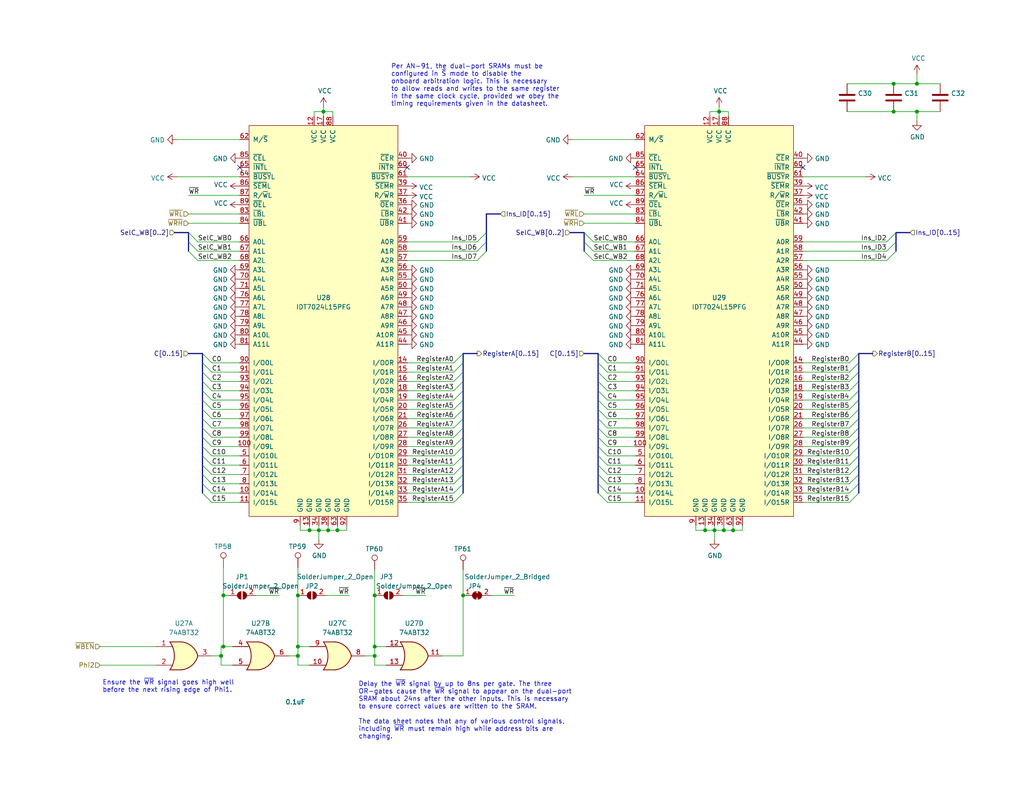
<source format=kicad_sch>
(kicad_sch (version 20250114) (generator "eeschema") (generator_version "9.0")
  (paper "USLetter")
  (title_block (title "Register File") (date "2023-11-25") (rev "B") (comment 4 "Triple Port Register File build from dual port SRAM"))
  (text "Delay the ~{WR} signal by up to 8ns per gate. The three\nOR-gates cause the ~{WR} signal to appear on the dual-port\nSRAM about 24ns after the other inputs. This is necessary\nto ensure correct values are written to the SRAM.\n\nThe data sheet notes that any of various control signals,\nincluding ~{WR} must remain high while address bits are\nchanging." (at 97.79 201.93 0) (effects (font (size 1.27 1.27)) (justify left bottom)))
  (text "Per AN-91, the dual-port SRAMs must be\nconfigured in ~{S} mode to disable the\nonboard arbitration logic. This is necessary\nto allow reads and writes to the same register\nin the same clock cycle, provided we obey the \ntiming requirements given in the datasheet." (at 106.68 29.21 0) (effects (font (size 1.27 1.27)) (justify left bottom)))
  (text "Ensure the ~{WR} signal goes high well\nbefore the next rising edge of Phi1." (at 27.94 189.23 0) (effects (font (size 1.27 1.27)) (justify left bottom)))
  (junction (at 60.96 176.53))
  (junction (at 89.535 144.78))
  (junction (at 88.265 30.48))
  (junction (at 81.28 179.07))
  (junction (at 102.235 162.56))
  (junction (at 243.84 22.86))
  (junction (at 60.96 162.56))
  (junction (at 86.995 144.78))
  (junction (at 192.405 144.78))
  (junction (at 197.485 144.78))
  (junction (at 126.365 162.56))
  (junction (at 243.84 30.48))
  (junction (at 102.235 176.53))
  (junction (at 92.075 144.78))
  (junction (at 196.215 30.48))
  (junction (at 250.19 22.86))
  (junction (at 81.28 176.53))
  (junction (at 250.19 30.48))
  (junction (at 200.025 144.78))
  (junction (at 81.28 162.56))
  (junction (at 84.455 144.78))
  (junction (at 102.235 179.07))
  (junction (at 60.325 179.07))
  (junction (at 194.945 144.78))
  (no_connect (at 111.125 45.72))
  (no_connect (at 65.405 45.72))
  (no_connect (at 219.075 45.72))
  (no_connect (at 173.355 45.72))
  (bus_entry (at 234.315 109.22) (size -2.54 2.54))
  (bus_entry (at 126.365 124.46) (size -2.54 2.54))
  (bus_entry (at 159.385 63.5) (size 2.54 2.54))
  (bus_entry (at 55.245 111.76) (size 2.54 2.54))
  (bus_entry (at 132.715 68.58) (size -2.54 2.54))
  (bus_entry (at 163.195 119.38) (size 2.54 2.54))
  (bus_entry (at 163.195 104.14) (size 2.54 2.54))
  (bus_entry (at 51.435 66.04) (size 2.54 2.54))
  (bus_entry (at 234.315 104.14) (size -2.54 2.54))
  (bus_entry (at 163.195 96.52) (size 2.54 2.54))
  (bus_entry (at 163.195 106.68) (size 2.54 2.54))
  (bus_entry (at 163.195 127) (size 2.54 2.54))
  (bus_entry (at 55.245 96.52) (size 2.54 2.54))
  (bus_entry (at 163.195 116.84) (size 2.54 2.54))
  (bus_entry (at 126.365 121.92) (size -2.54 2.54))
  (bus_entry (at 234.315 119.38) (size -2.54 2.54))
  (bus_entry (at 163.195 101.6) (size 2.54 2.54))
  (bus_entry (at 163.195 121.92) (size 2.54 2.54))
  (bus_entry (at 234.315 114.3) (size -2.54 2.54))
  (bus_entry (at 55.245 109.22) (size 2.54 2.54))
  (bus_entry (at 234.315 106.68) (size -2.54 2.54))
  (bus_entry (at 55.245 134.62) (size 2.54 2.54))
  (bus_entry (at 126.365 127) (size -2.54 2.54))
  (bus_entry (at 55.245 132.08) (size 2.54 2.54))
  (bus_entry (at 126.365 132.08) (size -2.54 2.54))
  (bus_entry (at 244.475 68.58) (size -2.54 2.54))
  (bus_entry (at 126.365 99.06) (size -2.54 2.54))
  (bus_entry (at 234.315 129.54) (size -2.54 2.54))
  (bus_entry (at 244.475 66.04) (size -2.54 2.54))
  (bus_entry (at 55.245 106.68) (size 2.54 2.54))
  (bus_entry (at 55.245 129.54) (size 2.54 2.54))
  (bus_entry (at 55.245 114.3) (size 2.54 2.54))
  (bus_entry (at 163.195 99.06) (size 2.54 2.54))
  (bus_entry (at 126.365 116.84) (size -2.54 2.54))
  (bus_entry (at 55.245 119.38) (size 2.54 2.54))
  (bus_entry (at 126.365 129.54) (size -2.54 2.54))
  (bus_entry (at 132.715 63.5) (size -2.54 2.54))
  (bus_entry (at 163.195 124.46) (size 2.54 2.54))
  (bus_entry (at 51.435 63.5) (size 2.54 2.54))
  (bus_entry (at 234.315 116.84) (size -2.54 2.54))
  (bus_entry (at 163.195 111.76) (size 2.54 2.54))
  (bus_entry (at 126.365 119.38) (size -2.54 2.54))
  (bus_entry (at 55.245 124.46) (size 2.54 2.54))
  (bus_entry (at 234.315 134.62) (size -2.54 2.54))
  (bus_entry (at 55.245 127) (size 2.54 2.54))
  (bus_entry (at 159.385 66.04) (size 2.54 2.54))
  (bus_entry (at 132.715 66.04) (size -2.54 2.54))
  (bus_entry (at 126.365 114.3) (size -2.54 2.54))
  (bus_entry (at 51.435 68.58) (size 2.54 2.54))
  (bus_entry (at 234.315 124.46) (size -2.54 2.54))
  (bus_entry (at 55.245 104.14) (size 2.54 2.54))
  (bus_entry (at 163.195 132.08) (size 2.54 2.54))
  (bus_entry (at 55.245 116.84) (size 2.54 2.54))
  (bus_entry (at 163.195 109.22) (size 2.54 2.54))
  (bus_entry (at 126.365 106.68) (size -2.54 2.54))
  (bus_entry (at 234.315 111.76) (size -2.54 2.54))
  (bus_entry (at 163.195 114.3) (size 2.54 2.54))
  (bus_entry (at 55.245 121.92) (size 2.54 2.54))
  (bus_entry (at 234.315 101.6) (size -2.54 2.54))
  (bus_entry (at 163.195 134.62) (size 2.54 2.54))
  (bus_entry (at 234.315 99.06) (size -2.54 2.54))
  (bus_entry (at 126.365 109.22) (size -2.54 2.54))
  (bus_entry (at 244.475 63.5) (size -2.54 2.54))
  (bus_entry (at 163.195 129.54) (size 2.54 2.54))
  (bus_entry (at 234.315 96.52) (size -2.54 2.54))
  (bus_entry (at 234.315 132.08) (size -2.54 2.54))
  (bus_entry (at 234.315 121.92) (size -2.54 2.54))
  (bus_entry (at 126.365 104.14) (size -2.54 2.54))
  (bus_entry (at 55.245 101.6) (size 2.54 2.54))
  (bus_entry (at 234.315 127) (size -2.54 2.54))
  (bus_entry (at 55.245 99.06) (size 2.54 2.54))
  (bus_entry (at 126.365 134.62) (size -2.54 2.54))
  (bus_entry (at 126.365 111.76) (size -2.54 2.54))
  (bus_entry (at 126.365 96.52) (size -2.54 2.54))
  (bus_entry (at 126.365 101.6) (size -2.54 2.54))
  (bus_entry (at 159.385 68.58) (size 2.54 2.54))
  (bus (pts (xy 55.245 104.14) (xy 55.245 106.68)))
  (wire (pts (xy 116.205 162.56) (xy 109.855 162.56)))
  (wire (pts (xy 219.075 109.22) (xy 231.775 109.22)))
  (bus (pts (xy 126.365 104.14) (xy 126.365 106.68)))
  (wire (pts (xy 156.21 48.26) (xy 173.355 48.26)))
  (wire (pts (xy 111.125 116.84) (xy 123.825 116.84)))
  (wire (pts (xy 250.19 30.48) (xy 243.84 30.48)))
  (bus (pts (xy 248.285 63.5) (xy 244.475 63.5)))
  (bus (pts (xy 234.315 116.84) (xy 234.315 119.38)))
  (wire (pts (xy 57.785 127) (xy 65.405 127)))
  (wire (pts (xy 120.65 179.07) (xy 126.365 179.07)))
  (bus (pts (xy 163.195 132.08) (xy 163.195 134.62)))
  (wire (pts (xy 111.125 48.26) (xy 128.27 48.26)))
  (wire (pts (xy 102.235 162.56) (xy 102.235 176.53)))
  (wire (pts (xy 219.075 114.3) (xy 231.775 114.3)))
  (bus (pts (xy 163.195 121.92) (xy 163.195 124.46)))
  (wire (pts (xy 81.915 143.51) (xy 81.915 144.78)))
  (wire (pts (xy 197.485 144.78) (xy 200.025 144.78)))
  (wire (pts (xy 111.125 124.46) (xy 123.825 124.46)))
  (wire (pts (xy 161.925 66.04) (xy 173.355 66.04)))
  (wire (pts (xy 219.075 132.08) (xy 231.775 132.08)))
  (bus (pts (xy 234.315 127) (xy 234.315 129.54)))
  (wire (pts (xy 196.215 30.48) (xy 196.215 31.75)))
  (wire (pts (xy 27.305 176.53) (xy 42.545 176.53)))
  (wire (pts (xy 165.735 104.14) (xy 173.355 104.14)))
  (bus (pts (xy 55.245 114.3) (xy 55.245 116.84)))
  (bus (pts (xy 163.195 119.38) (xy 163.195 121.92)))
  (wire (pts (xy 88.265 29.21) (xy 88.265 30.48)))
  (bus (pts (xy 55.245 116.84) (xy 55.245 119.38)))
  (wire (pts (xy 57.785 99.06) (xy 65.405 99.06)))
  (bus (pts (xy 163.195 116.84) (xy 163.195 119.38)))
  (wire (pts (xy 60.325 179.07) (xy 60.325 176.53)))
  (bus (pts (xy 234.315 101.6) (xy 234.315 104.14)))
  (bus (pts (xy 126.365 127) (xy 126.365 129.54)))
  (wire (pts (xy 57.785 137.16) (xy 65.405 137.16)))
  (wire (pts (xy 78.74 179.07) (xy 81.28 179.07)))
  (bus (pts (xy 132.715 66.04) (xy 132.715 68.58)))
  (wire (pts (xy 81.28 176.53) (xy 84.455 176.53)))
  (wire (pts (xy 57.785 124.46) (xy 65.405 124.46)))
  (wire (pts (xy 111.125 114.3) (xy 123.825 114.3)))
  (wire (pts (xy 197.485 143.51) (xy 197.485 144.78)))
  (wire (pts (xy 57.785 114.3) (xy 65.405 114.3)))
  (bus (pts (xy 159.385 96.52) (xy 163.195 96.52)))
  (wire (pts (xy 161.925 68.58) (xy 173.355 68.58)))
  (wire (pts (xy 219.075 124.46) (xy 231.775 124.46)))
  (bus (pts (xy 159.385 66.04) (xy 159.385 68.58)))
  (bus (pts (xy 163.195 101.6) (xy 163.195 104.14)))
  (wire (pts (xy 85.725 31.75) (xy 85.725 30.48)))
  (wire (pts (xy 57.785 109.22) (xy 65.405 109.22)))
  (wire (pts (xy 219.075 134.62) (xy 231.775 134.62)))
  (bus (pts (xy 163.195 104.14) (xy 163.195 106.68)))
  (wire (pts (xy 102.235 179.07) (xy 102.235 176.53)))
  (wire (pts (xy 111.125 106.68) (xy 123.825 106.68)))
  (wire (pts (xy 219.075 116.84) (xy 231.775 116.84)))
  (wire (pts (xy 194.945 144.78) (xy 197.485 144.78)))
  (bus (pts (xy 47.625 63.5) (xy 51.435 63.5)))
  (wire (pts (xy 192.405 144.78) (xy 194.945 144.78)))
  (wire (pts (xy 60.96 162.56) (xy 62.23 162.56)))
  (wire (pts (xy 99.695 179.07) (xy 102.235 179.07)))
  (wire (pts (xy 243.84 22.86) (xy 250.19 22.86)))
  (wire (pts (xy 219.075 106.68) (xy 231.775 106.68)))
  (wire (pts (xy 165.735 129.54) (xy 173.355 129.54)))
  (wire (pts (xy 165.735 109.22) (xy 173.355 109.22)))
  (wire (pts (xy 95.25 162.56) (xy 88.9 162.56)))
  (wire (pts (xy 111.125 111.76) (xy 123.825 111.76)))
  (bus (pts (xy 234.315 129.54) (xy 234.315 132.08)))
  (bus (pts (xy 163.195 129.54) (xy 163.195 132.08)))
  (wire (pts (xy 60.325 181.61) (xy 63.5 181.61)))
  (wire (pts (xy 89.535 144.78) (xy 92.075 144.78)))
  (wire (pts (xy 111.125 101.6) (xy 123.825 101.6)))
  (wire (pts (xy 65.405 60.96) (xy 51.435 60.96)))
  (wire (pts (xy 130.175 66.04) (xy 111.125 66.04)))
  (wire (pts (xy 111.125 109.22) (xy 123.825 109.22)))
  (wire (pts (xy 165.735 134.62) (xy 173.355 134.62)))
  (wire (pts (xy 102.235 181.61) (xy 105.41 181.61)))
  (wire (pts (xy 202.565 144.78) (xy 202.565 143.51)))
  (wire (pts (xy 194.945 144.78) (xy 194.945 147.32)))
  (wire (pts (xy 65.405 58.42) (xy 51.435 58.42)))
  (wire (pts (xy 165.735 116.84) (xy 173.355 116.84)))
  (bus (pts (xy 163.195 114.3) (xy 163.195 116.84)))
  (wire (pts (xy 219.075 129.54) (xy 231.775 129.54)))
  (wire (pts (xy 48.26 38.1) (xy 65.405 38.1)))
  (bus (pts (xy 51.435 66.04) (xy 51.435 68.58)))
  (wire (pts (xy 219.075 101.6) (xy 231.775 101.6)))
  (bus (pts (xy 51.435 63.5) (xy 51.435 66.04)))
  (wire (pts (xy 165.735 111.76) (xy 173.355 111.76)))
  (wire (pts (xy 81.28 154.94) (xy 81.28 162.56)))
  (wire (pts (xy 84.455 143.51) (xy 84.455 144.78)))
  (bus (pts (xy 126.365 99.06) (xy 126.365 101.6)))
  (wire (pts (xy 173.355 53.34) (xy 159.385 53.34)))
  (bus (pts (xy 55.245 109.22) (xy 55.245 111.76)))
  (bus (pts (xy 234.315 132.08) (xy 234.315 134.62)))
  (wire (pts (xy 60.96 162.56) (xy 60.96 176.53)))
  (wire (pts (xy 111.125 68.58) (xy 130.175 68.58)))
  (wire (pts (xy 196.215 29.21) (xy 196.215 30.48)))
  (wire (pts (xy 200.025 144.78) (xy 202.565 144.78)))
  (wire (pts (xy 111.125 137.16) (xy 123.825 137.16)))
  (wire (pts (xy 189.865 144.78) (xy 192.405 144.78)))
  (wire (pts (xy 88.265 30.48) (xy 88.265 31.75)))
  (bus (pts (xy 234.315 119.38) (xy 234.315 121.92)))
  (wire (pts (xy 81.28 179.07) (xy 81.28 181.61)))
  (wire (pts (xy 111.125 121.92) (xy 123.825 121.92)))
  (bus (pts (xy 51.435 96.52) (xy 55.245 96.52)))
  (wire (pts (xy 173.355 60.96) (xy 159.385 60.96)))
  (wire (pts (xy 194.945 143.51) (xy 194.945 144.78)))
  (wire (pts (xy 219.075 104.14) (xy 231.775 104.14)))
  (wire (pts (xy 89.535 143.51) (xy 89.535 144.78)))
  (wire (pts (xy 86.995 144.78) (xy 89.535 144.78)))
  (wire (pts (xy 90.805 30.48) (xy 90.805 31.75)))
  (bus (pts (xy 130.175 96.52) (xy 126.365 96.52)))
  (wire (pts (xy 81.28 162.56) (xy 81.28 176.53)))
  (bus (pts (xy 155.575 63.5) (xy 159.385 63.5)))
  (wire (pts (xy 219.075 48.26) (xy 236.22 48.26)))
  (wire (pts (xy 126.365 162.56) (xy 126.365 179.07)))
  (wire (pts (xy 196.215 30.48) (xy 198.755 30.48)))
  (wire (pts (xy 219.075 68.58) (xy 241.935 68.58)))
  (bus (pts (xy 55.245 129.54) (xy 55.245 132.08)))
  (wire (pts (xy 193.675 31.75) (xy 193.675 30.48)))
  (wire (pts (xy 57.785 121.92) (xy 65.405 121.92)))
  (wire (pts (xy 156.21 38.1) (xy 173.355 38.1)))
  (bus (pts (xy 126.365 129.54) (xy 126.365 132.08)))
  (wire (pts (xy 53.975 66.04) (xy 65.405 66.04)))
  (wire (pts (xy 231.14 22.86) (xy 243.84 22.86)))
  (bus (pts (xy 244.475 66.04) (xy 244.475 68.58)))
  (wire (pts (xy 165.735 132.08) (xy 173.355 132.08)))
  (bus (pts (xy 163.195 99.06) (xy 163.195 101.6)))
  (wire (pts (xy 165.735 114.3) (xy 173.355 114.3)))
  (wire (pts (xy 60.96 176.53) (xy 63.5 176.53)))
  (wire (pts (xy 48.26 48.26) (xy 65.405 48.26)))
  (wire (pts (xy 57.785 116.84) (xy 65.405 116.84)))
  (wire (pts (xy 111.125 119.38) (xy 123.825 119.38)))
  (bus (pts (xy 163.195 96.52) (xy 163.195 99.06)))
  (bus (pts (xy 234.315 114.3) (xy 234.315 116.84)))
  (wire (pts (xy 189.865 143.51) (xy 189.865 144.78)))
  (bus (pts (xy 126.365 121.92) (xy 126.365 124.46)))
  (wire (pts (xy 140.335 162.56) (xy 133.985 162.56)))
  (bus (pts (xy 55.245 99.06) (xy 55.245 101.6)))
  (wire (pts (xy 219.075 111.76) (xy 231.775 111.76)))
  (wire (pts (xy 165.735 137.16) (xy 173.355 137.16)))
  (wire (pts (xy 57.785 134.62) (xy 65.405 134.62)))
  (wire (pts (xy 250.19 20.32) (xy 250.19 22.86)))
  (wire (pts (xy 57.785 179.07) (xy 60.325 179.07)))
  (bus (pts (xy 126.365 119.38) (xy 126.365 121.92)))
  (wire (pts (xy 256.54 30.48) (xy 250.19 30.48)))
  (wire (pts (xy 192.405 143.51) (xy 192.405 144.78)))
  (bus (pts (xy 163.195 106.68) (xy 163.195 109.22)))
  (bus (pts (xy 55.245 127) (xy 55.245 129.54)))
  (wire (pts (xy 84.455 144.78) (xy 86.995 144.78)))
  (bus (pts (xy 163.195 127) (xy 163.195 129.54)))
  (bus (pts (xy 55.245 111.76) (xy 55.245 114.3)))
  (bus (pts (xy 234.315 109.22) (xy 234.315 111.76)))
  (wire (pts (xy 219.075 119.38) (xy 231.775 119.38)))
  (bus (pts (xy 159.385 63.5) (xy 159.385 66.04)))
  (wire (pts (xy 94.615 144.78) (xy 94.615 143.51)))
  (wire (pts (xy 65.405 53.34) (xy 51.435 53.34)))
  (wire (pts (xy 111.125 127) (xy 123.825 127)))
  (wire (pts (xy 102.235 155.575) (xy 102.235 162.56)))
  (wire (pts (xy 198.755 30.48) (xy 198.755 31.75)))
  (wire (pts (xy 111.125 132.08) (xy 123.825 132.08)))
  (wire (pts (xy 60.96 176.53) (xy 60.325 176.53)))
  (bus (pts (xy 163.195 111.76) (xy 163.195 114.3)))
  (bus (pts (xy 234.315 111.76) (xy 234.315 114.3)))
  (wire (pts (xy 241.935 66.04) (xy 219.075 66.04)))
  (wire (pts (xy 102.235 176.53) (xy 105.41 176.53)))
  (bus (pts (xy 244.475 63.5) (xy 244.475 66.04)))
  (wire (pts (xy 76.2 162.56) (xy 69.85 162.56)))
  (wire (pts (xy 165.735 119.38) (xy 173.355 119.38)))
  (wire (pts (xy 200.025 143.51) (xy 200.025 144.78)))
  (wire (pts (xy 81.28 179.07) (xy 81.28 176.53)))
  (wire (pts (xy 241.935 71.12) (xy 219.075 71.12)))
  (wire (pts (xy 130.175 71.12) (xy 111.125 71.12)))
  (wire (pts (xy 250.19 22.86) (xy 256.54 22.86)))
  (wire (pts (xy 86.995 143.51) (xy 86.995 144.78)))
  (wire (pts (xy 250.19 33.02) (xy 250.19 30.48)))
  (bus (pts (xy 55.245 132.08) (xy 55.245 134.62)))
  (wire (pts (xy 165.735 106.68) (xy 173.355 106.68)))
  (bus (pts (xy 126.365 101.6) (xy 126.365 104.14)))
  (wire (pts (xy 102.235 179.07) (xy 102.235 181.61)))
  (wire (pts (xy 161.925 71.12) (xy 173.355 71.12)))
  (bus (pts (xy 55.245 101.6) (xy 55.245 104.14)))
  (wire (pts (xy 53.975 71.12) (xy 65.405 71.12)))
  (wire (pts (xy 57.785 106.68) (xy 65.405 106.68)))
  (wire (pts (xy 57.785 119.38) (xy 65.405 119.38)))
  (wire (pts (xy 92.075 144.78) (xy 94.615 144.78)))
  (wire (pts (xy 111.125 129.54) (xy 123.825 129.54)))
  (bus (pts (xy 126.365 111.76) (xy 126.365 114.3)))
  (bus (pts (xy 126.365 96.52) (xy 126.365 99.06)))
  (bus (pts (xy 126.365 116.84) (xy 126.365 119.38)))
  (wire (pts (xy 165.735 121.92) (xy 173.355 121.92)))
  (wire (pts (xy 165.735 124.46) (xy 173.355 124.46)))
  (bus (pts (xy 55.245 119.38) (xy 55.245 121.92)))
  (wire (pts (xy 219.075 137.16) (xy 231.775 137.16)))
  (wire (pts (xy 165.735 101.6) (xy 173.355 101.6)))
  (bus (pts (xy 132.715 63.5) (xy 132.715 66.04)))
  (wire (pts (xy 193.675 30.48) (xy 196.215 30.48)))
  (bus (pts (xy 234.315 104.14) (xy 234.315 106.68)))
  (bus (pts (xy 126.365 109.22) (xy 126.365 111.76)))
  (wire (pts (xy 57.785 104.14) (xy 65.405 104.14)))
  (bus (pts (xy 126.365 132.08) (xy 126.365 134.62)))
  (bus (pts (xy 234.315 121.92) (xy 234.315 124.46)))
  (bus (pts (xy 136.525 58.42) (xy 132.715 58.42)))
  (wire (pts (xy 111.125 104.14) (xy 123.825 104.14)))
  (wire (pts (xy 57.785 129.54) (xy 65.405 129.54)))
  (bus (pts (xy 163.195 124.46) (xy 163.195 127)))
  (wire (pts (xy 57.785 132.08) (xy 65.405 132.08)))
  (bus (pts (xy 126.365 106.68) (xy 126.365 109.22)))
  (wire (pts (xy 60.96 154.94) (xy 60.96 162.56)))
  (bus (pts (xy 126.365 124.46) (xy 126.365 127)))
  (wire (pts (xy 86.995 144.78) (xy 86.995 147.32)))
  (wire (pts (xy 57.785 101.6) (xy 65.405 101.6)))
  (wire (pts (xy 27.305 181.61) (xy 42.545 181.61)))
  (wire (pts (xy 165.735 127) (xy 173.355 127)))
  (wire (pts (xy 57.785 111.76) (xy 65.405 111.76)))
  (bus (pts (xy 238.125 96.52) (xy 234.315 96.52)))
  (bus (pts (xy 126.365 114.3) (xy 126.365 116.84)))
  (wire (pts (xy 53.975 68.58) (xy 65.405 68.58)))
  (wire (pts (xy 81.28 181.61) (xy 84.455 181.61)))
  (wire (pts (xy 111.125 99.06) (xy 123.825 99.06)))
  (wire (pts (xy 243.84 30.48) (xy 231.14 30.48)))
  (wire (pts (xy 88.265 30.48) (xy 90.805 30.48)))
  (bus (pts (xy 55.245 121.92) (xy 55.245 124.46)))
  (bus (pts (xy 132.715 58.42) (xy 132.715 63.5)))
  (bus (pts (xy 234.315 96.52) (xy 234.315 99.06)))
  (wire (pts (xy 165.735 99.06) (xy 173.355 99.06)))
  (wire (pts (xy 126.365 155.575) (xy 126.365 162.56)))
  (bus (pts (xy 234.315 124.46) (xy 234.315 127)))
  (wire (pts (xy 92.075 143.51) (xy 92.075 144.78)))
  (wire (pts (xy 111.125 134.62) (xy 123.825 134.62)))
  (bus (pts (xy 55.245 124.46) (xy 55.245 127)))
  (wire (pts (xy 219.075 121.92) (xy 231.775 121.92)))
  (wire (pts (xy 60.325 179.07) (xy 60.325 181.61)))
  (bus (pts (xy 234.315 99.06) (xy 234.315 101.6)))
  (wire (pts (xy 85.725 30.48) (xy 88.265 30.48)))
  (bus (pts (xy 163.195 109.22) (xy 163.195 111.76)))
  (wire (pts (xy 173.355 58.42) (xy 159.385 58.42)))
  (wire (pts (xy 219.075 99.06) (xy 231.775 99.06)))
  (bus (pts (xy 234.315 106.68) (xy 234.315 109.22)))
  (wire (pts (xy 219.075 127) (xy 231.775 127)))
  (bus (pts (xy 55.245 106.68) (xy 55.245 109.22)))
  (wire (pts (xy 81.915 144.78) (xy 84.455 144.78)))
  (bus (pts (xy 55.245 96.52) (xy 55.245 99.06)))
  (label "C13" (at 165.735 132.08 0))
  (label "Ins_ID4" (at 241.935 71.12 180))
  (label "SelC_WB0" (at 161.925 66.04 0))
  (label "RegisterB7" (at 231.775 116.84 180))
  (label "RegisterB14" (at 231.775 134.62 180))
  (label "C11" (at 57.785 127 0))
  (label "C15" (at 165.735 137.16 0))
  (label "SelC_WB2" (at 161.925 71.12 0))
  (label "Ins_ID7" (at 130.175 71.12 180))
  (label "C5" (at 57.785 111.76 0))
  (label "RegisterA13" (at 123.825 132.08 180))
  (label "C0" (at 165.735 99.06 0))
  (label "RegisterB10" (at 231.775 124.46 180))
  (label "C12" (at 57.785 129.54 0))
  (label "SelC_WB2" (at 53.975 71.12 0))
  (label "RegisterA5" (at 123.825 111.76 180))
  (label "C9" (at 57.785 121.92 0))
  (label "C4" (at 165.735 109.22 0))
  (label "RegisterB9" (at 231.775 121.92 180))
  (label "~{WR}" (at 95.25 162.56 180))
  (label "~{WR}" (at 116.205 162.56 180))
  (label "SelC_WB0" (at 53.975 66.04 0))
  (label "C0" (at 57.785 99.06 0))
  (label "C3" (at 57.785 106.68 0))
  (label "Ins_ID3" (at 241.935 68.58 180))
  (label "C6" (at 57.785 114.3 0))
  (label "C11" (at 165.735 127 0))
  (label "RegisterB12" (at 231.775 129.54 180))
  (label "RegisterA4" (at 123.825 109.22 180))
  (label "RegisterA0" (at 123.825 99.06 180))
  (label "RegisterA10" (at 123.825 124.46 180))
  (label "RegisterB1" (at 231.775 101.6 180))
  (label "C5" (at 165.735 111.76 0))
  (label "RegisterB6" (at 231.775 114.3 180))
  (label "Ins_ID6" (at 130.175 68.58 180))
  (label "RegisterA2" (at 123.825 104.14 180))
  (label "RegisterB3" (at 231.775 106.68 180))
  (label "C15" (at 57.785 137.16 0))
  (label "C6" (at 165.735 114.3 0))
  (label "C10" (at 57.785 124.46 0))
  (label "RegisterA3" (at 123.825 106.68 180))
  (label "RegisterA1" (at 123.825 101.6 180))
  (label "SelC_WB1" (at 161.925 68.58 0))
  (label "RegisterB0" (at 231.775 99.06 180))
  (label "C12" (at 165.735 129.54 0))
  (label "RegisterA7" (at 123.825 116.84 180))
  (label "RegisterB5" (at 231.775 111.76 180))
  (label "C3" (at 165.735 106.68 0))
  (label "RegisterB4" (at 231.775 109.22 180))
  (label "RegisterA8" (at 123.825 119.38 180))
  (label "RegisterB2" (at 231.775 104.14 180))
  (label "C14" (at 165.735 134.62 0))
  (label "C1" (at 57.785 101.6 0))
  (label "RegisterB11" (at 231.775 127 180))
  (label "SelC_WB1" (at 53.975 68.58 0))
  (label "RegisterA11" (at 123.825 127 180))
  (label "~{WR}" (at 76.2 162.56 180))
  (label "C14" (at 57.785 134.62 0))
  (label "Ins_ID2" (at 241.935 66.04 180))
  (label "C9" (at 165.735 121.92 0))
  (label "C2" (at 165.735 104.14 0))
  (label "C8" (at 165.735 119.38 0))
  (label "~{WR}" (at 159.385 53.34 0))
  (label "C10" (at 165.735 124.46 0))
  (label "RegisterB15" (at 231.775 137.16 180))
  (label "C7" (at 57.785 116.84 0))
  (label "C8" (at 57.785 119.38 0))
  (label "Ins_ID5" (at 130.175 66.04 180))
  (label "C7" (at 165.735 116.84 0))
  (label "RegisterA9" (at 123.825 121.92 180))
  (label "RegisterA15" (at 123.825 137.16 180))
  (label "C13" (at 57.785 132.08 0))
  (label "RegisterB13" (at 231.775 132.08 180))
  (label "~{WR}" (at 140.335 162.56 180))
  (label "C2" (at 57.785 104.14 0))
  (label "RegisterA6" (at 123.825 114.3 180))
  (label "C1" (at 165.735 101.6 0))
  (label "C4" (at 57.785 109.22 0))
  (label "RegisterB8" (at 231.775 119.38 180))
  (label "RegisterA12" (at 123.825 129.54 180))
  (label "~{WR}" (at 51.435 53.34 0))
  (label "RegisterA14" (at 123.825 134.62 180))
  (hierarchical_label "~{WBEN}" (shape input) (at 27.305 176.53 180))
  (hierarchical_label "C[0..15]" (shape input) (at 51.435 96.52 180))
  (hierarchical_label "SelC_WB[0..2]" (shape input) (at 155.575 63.5 180))
  (hierarchical_label "Phi2" (shape input) (at 27.305 181.61 180))
  (hierarchical_label "~{WRL}" (shape input) (at 51.435 58.42 180))
  (hierarchical_label "C[0..15]" (shape input) (at 159.385 96.52 180))
  (hierarchical_label "RegisterB[0..15]" (shape output) (at 238.125 96.52 0))
  (hierarchical_label "Ins_ID[0..15]" (shape input) (at 248.285 63.5 0))
  (hierarchical_label "SelC_WB[0..2]" (shape input) (at 47.625 63.5 180))
  (hierarchical_label "Ins_ID[0..15]" (shape input) (at 136.525 58.42 0))
  (hierarchical_label "~{WRH}" (shape input) (at 159.385 60.96 180))
  (hierarchical_label "RegisterA[0..15]" (shape output) (at 130.175 96.52 0))
  (hierarchical_label "~{WRL}" (shape input) (at 159.385 58.42 180))
  (hierarchical_label "~{WRH}" (shape input) (at 51.435 60.96 180))
  (symbol (lib_id "power:GND") (at 250.19 33.02 0) (unit 1)
    (property "Reference" "#PWR0237" (effects (hide yes)))
    (property "Value" "GND" (at 250.317 37.4142 0))
  )
  (symbol (lib_id "Device:C") (at 256.54 26.67 0) (unit 1)
    (property "Reference" "C32" (at 259.461 25.5016 0) (effects (justify left)))
    (property "Value" "0.1uF" (at 77.851 191.643 0) (effects (justify left)))
    (property "Footprint" "Capacitor_SMD:C_0603_1608Metric" (effects (hide yes)))
    (property "Datasheet" "https://www.mouser.com/datasheet/2/396/taiyo_yuden_12132018_mlcc11_hq_e-1510082.pdf" (effects (hide yes)))
    (property "Manufacturer" "Taiyo Yuden" (effects (hide yes)))
    (property "Manufacturer#" "EMK107B7104KAHT" (effects (hide yes)))
    (property "Mouser#" "963-EMK107B7104KAHT" (effects (hide yes)))
    (property "Digikey#" "587-6004-1-ND" (effects (hide yes)))
  )
  (symbol (lib_id "Device:C") (at 243.84 26.67 0) (unit 1)
    (property "Reference" "C31" (at 246.761 25.5016 0) (effects (justify left)))
    (property "Value" "0.1uF" (at 77.851 191.643 0) (effects (justify left)))
    (property "Footprint" "Capacitor_SMD:C_0603_1608Metric" (effects (hide yes)))
    (property "Datasheet" "https://www.mouser.com/datasheet/2/396/taiyo_yuden_12132018_mlcc11_hq_e-1510082.pdf" (effects (hide yes)))
    (property "Manufacturer" "Taiyo Yuden" (effects (hide yes)))
    (property "Manufacturer#" "EMK107B7104KAHT" (effects (hide yes)))
    (property "Mouser#" "963-EMK107B7104KAHT" (effects (hide yes)))
    (property "Digikey#" "587-6004-1-ND" (effects (hide yes)))
  )
  (symbol (lib_id "power:VCC") (at 250.19 20.32 0) (unit 1)
    (property "Reference" "#PWR0236" (effects (hide yes)))
    (property "Value" "VCC" (at 250.6218 15.9258 0))
  )
  (symbol (lib_id "Turtle16:IDT7024L15PFG") (at 88.265 82.55 0) (unit 1)
    (property "Reference" "U28" (at 88.265 81.28 0))
    (property "Value" "IDT7024L15PFG" (at 88.265 83.82 0))
    (property "Footprint" "Package_QFP:TQFP-100_14x14mm_P0.5mm" (effects (hide yes)))
    (property "Datasheet" "https://www.mouser.com/datasheet/2/698/REN_7024_DST_20200220-2930664.pdf" (effects (hide yes)))
    (property "Manufacturer" "Renesas Electronics Corporation" (effects (hide yes)))
    (property "Manufacturer#" "7024L15PFG" (effects (hide yes)))
    (property "Mouser#" "972-7024L15PFG" (effects (hide yes)))
    (property "Digikey#" "800-3611-ND" (effects (hide yes)))
  )
  (symbol (lib_id "power:VCC") (at 88.265 29.21 0) (unit 1)
    (property "Reference" "#PWR0187" (effects (hide yes)))
    (property "Value" "VCC" (at 88.646 24.8158 0))
  )
  (symbol (lib_id "power:GND") (at 86.995 147.32 0) (unit 1)
    (property "Reference" "#PWR0186" (effects (hide yes)))
    (property "Value" "GND" (at 87.122 151.7142 0))
  )
  (symbol (lib_id "power:GND") (at 65.405 43.18 270) (unit 1)
    (property "Reference" "#PWR0174" (effects (hide yes)))
    (property "Value" "GND" (at 62.1538 43.307 90) (effects (justify right)))
  )
  (symbol (lib_id "power:GND") (at 111.125 43.18 90) (mirror x) (unit 1)
    (property "Reference" "#PWR0188" (effects (hide yes)))
    (property "Value" "GND" (at 114.3762 43.307 90) (effects (justify right)))
  )
  (symbol (lib_id "power:GND") (at 111.125 55.88 90) (mirror x) (unit 1)
    (property "Reference" "#PWR0191" (effects (hide yes)))
    (property "Value" "GND" (at 114.3762 56.007 90) (effects (justify right)))
  )
  (symbol (lib_id "power:GND") (at 111.125 73.66 90) (mirror x) (unit 1)
    (property "Reference" "#PWR0194" (effects (hide yes)))
    (property "Value" "GND" (at 114.3762 73.787 90) (effects (justify right)))
  )
  (symbol (lib_id "power:GND") (at 111.125 76.2 90) (mirror x) (unit 1)
    (property "Reference" "#PWR0195" (effects (hide yes)))
    (property "Value" "GND" (at 114.3762 76.327 90) (effects (justify right)))
  )
  (symbol (lib_id "power:GND") (at 111.125 78.74 90) (mirror x) (unit 1)
    (property "Reference" "#PWR0196" (effects (hide yes)))
    (property "Value" "GND" (at 114.3762 78.867 90) (effects (justify right)))
  )
  (symbol (lib_id "power:GND") (at 111.125 81.28 90) (mirror x) (unit 1)
    (property "Reference" "#PWR0197" (effects (hide yes)))
    (property "Value" "GND" (at 114.3762 81.407 90) (effects (justify right)))
  )
  (symbol (lib_id "power:GND") (at 111.125 83.82 90) (mirror x) (unit 1)
    (property "Reference" "#PWR0198" (effects (hide yes)))
    (property "Value" "GND" (at 114.3762 83.947 90) (effects (justify right)))
  )
  (symbol (lib_id "power:GND") (at 111.125 86.36 90) (mirror x) (unit 1)
    (property "Reference" "#PWR0199" (effects (hide yes)))
    (property "Value" "GND" (at 114.3762 86.487 90) (effects (justify right)))
  )
  (symbol (lib_id "power:GND") (at 111.125 88.9 90) (mirror x) (unit 1)
    (property "Reference" "#PWR0200" (effects (hide yes)))
    (property "Value" "GND" (at 114.3762 89.027 90) (effects (justify right)))
  )
  (symbol (lib_id "power:GND") (at 111.125 91.44 90) (mirror x) (unit 1)
    (property "Reference" "#PWR0201" (effects (hide yes)))
    (property "Value" "GND" (at 114.3762 91.567 90) (effects (justify right)))
  )
  (symbol (lib_id "power:GND") (at 111.125 93.98 90) (mirror x) (unit 1)
    (property "Reference" "#PWR0202" (effects (hide yes)))
    (property "Value" "GND" (at 114.3762 94.107 90) (effects (justify right)))
  )
  (symbol (lib_id "power:GND") (at 65.405 93.98 270) (unit 1)
    (property "Reference" "#PWR0185" (effects (hide yes)))
    (property "Value" "GND" (at 62.1538 94.107 90) (effects (justify right)))
  )
  (symbol (lib_id "power:GND") (at 65.405 91.44 270) (unit 1)
    (property "Reference" "#PWR0184" (effects (hide yes)))
    (property "Value" "GND" (at 62.1538 91.567 90) (effects (justify right)))
  )
  (symbol (lib_id "power:GND") (at 65.405 88.9 270) (unit 1)
    (property "Reference" "#PWR0183" (effects (hide yes)))
    (property "Value" "GND" (at 62.1538 89.027 90) (effects (justify right)))
  )
  (symbol (lib_id "power:GND") (at 65.405 86.36 270) (unit 1)
    (property "Reference" "#PWR0182" (effects (hide yes)))
    (property "Value" "GND" (at 62.1538 86.487 90) (effects (justify right)))
  )
  (symbol (lib_id "power:GND") (at 65.405 83.82 270) (unit 1)
    (property "Reference" "#PWR0181" (effects (hide yes)))
    (property "Value" "GND" (at 62.1538 83.947 90) (effects (justify right)))
  )
  (symbol (lib_id "power:GND") (at 65.405 81.28 270) (unit 1)
    (property "Reference" "#PWR0180" (effects (hide yes)))
    (property "Value" "GND" (at 62.1538 81.407 90) (effects (justify right)))
  )
  (symbol (lib_id "power:GND") (at 65.405 78.74 270) (unit 1)
    (property "Reference" "#PWR0179" (effects (hide yes)))
    (property "Value" "GND" (at 62.1538 78.867 90) (effects (justify right)))
  )
  (symbol (lib_id "power:GND") (at 65.405 76.2 270) (unit 1)
    (property "Reference" "#PWR0178" (effects (hide yes)))
    (property "Value" "GND" (at 62.1538 76.327 90) (effects (justify right)))
  )
  (symbol (lib_id "power:GND") (at 65.405 73.66 270) (unit 1)
    (property "Reference" "#PWR0177" (effects (hide yes)))
    (property "Value" "GND" (at 62.1538 73.787 90) (effects (justify right)))
  )
  (symbol (lib_id "power:VCC") (at 111.125 53.34 270) (unit 1)
    (property "Reference" "#PWR0190" (effects (hide yes)))
    (property "Value" "VCC" (at 114.3762 53.721 90) (effects (justify left)))
  )
  (symbol (lib_id "power:GND") (at 111.125 58.42 90) (mirror x) (unit 1)
    (property "Reference" "#PWR0192" (effects (hide yes)))
    (property "Value" "GND" (at 114.3762 58.547 90) (effects (justify right)))
  )
  (symbol (lib_id "power:GND") (at 111.125 60.96 90) (mirror x) (unit 1)
    (property "Reference" "#PWR0193" (effects (hide yes)))
    (property "Value" "GND" (at 114.3762 61.087 90) (effects (justify right)))
  )
  (symbol (lib_id "Turtle16:IDT7024L15PFG") (at 196.215 82.55 0) (unit 1)
    (property "Reference" "U29" (at 196.215 81.28 0))
    (property "Value" "IDT7024L15PFG" (at 196.215 83.82 0))
    (property "Footprint" "Package_QFP:TQFP-100_14x14mm_P0.5mm" (effects (hide yes)))
    (property "Datasheet" "https://www.mouser.com/datasheet/2/698/REN_7024_DST_20200220-2930664.pdf" (effects (hide yes)))
    (property "Manufacturer" "Renesas Electronics Corporation" (effects (hide yes)))
    (property "Manufacturer#" "7024L15PFG" (effects (hide yes)))
    (property "Mouser#" "972-7024L15PFG" (effects (hide yes)))
    (property "Digikey#" "800-3611-ND" (effects (hide yes)))
  )
  (symbol (lib_id "power:VCC") (at 196.215 29.21 0) (unit 1)
    (property "Reference" "#PWR0219" (effects (hide yes)))
    (property "Value" "VCC" (at 196.596 24.8158 0))
  )
  (symbol (lib_id "power:GND") (at 194.945 147.32 0) (unit 1)
    (property "Reference" "#PWR0218" (effects (hide yes)))
    (property "Value" "GND" (at 195.072 151.7142 0))
  )
  (symbol (lib_id "power:GND") (at 173.355 43.18 270) (unit 1)
    (property "Reference" "#PWR0206" (effects (hide yes)))
    (property "Value" "GND" (at 170.1038 43.307 90) (effects (justify right)))
  )
  (symbol (lib_id "power:GND") (at 219.075 43.18 90) (mirror x) (unit 1)
    (property "Reference" "#PWR0220" (effects (hide yes)))
    (property "Value" "GND" (at 222.3262 43.307 90) (effects (justify right)))
  )
  (symbol (lib_id "power:GND") (at 219.075 55.88 90) (mirror x) (unit 1)
    (property "Reference" "#PWR0223" (effects (hide yes)))
    (property "Value" "GND" (at 222.3262 56.007 90) (effects (justify right)))
  )
  (symbol (lib_id "power:GND") (at 219.075 73.66 90) (mirror x) (unit 1)
    (property "Reference" "#PWR0226" (effects (hide yes)))
    (property "Value" "GND" (at 222.3262 73.787 90) (effects (justify right)))
  )
  (symbol (lib_id "power:GND") (at 219.075 76.2 90) (mirror x) (unit 1)
    (property "Reference" "#PWR0227" (effects (hide yes)))
    (property "Value" "GND" (at 222.3262 76.327 90) (effects (justify right)))
  )
  (symbol (lib_id "power:GND") (at 219.075 78.74 90) (mirror x) (unit 1)
    (property "Reference" "#PWR0228" (effects (hide yes)))
    (property "Value" "GND" (at 222.3262 78.867 90) (effects (justify right)))
  )
  (symbol (lib_id "power:GND") (at 219.075 81.28 90) (mirror x) (unit 1)
    (property "Reference" "#PWR0229" (effects (hide yes)))
    (property "Value" "GND" (at 222.3262 81.407 90) (effects (justify right)))
  )
  (symbol (lib_id "power:GND") (at 219.075 83.82 90) (mirror x) (unit 1)
    (property "Reference" "#PWR0230" (effects (hide yes)))
    (property "Value" "GND" (at 222.3262 83.947 90) (effects (justify right)))
  )
  (symbol (lib_id "power:GND") (at 219.075 86.36 90) (mirror x) (unit 1)
    (property "Reference" "#PWR0231" (effects (hide yes)))
    (property "Value" "GND" (at 222.3262 86.487 90) (effects (justify right)))
  )
  (symbol (lib_id "power:GND") (at 219.075 88.9 90) (mirror x) (unit 1)
    (property "Reference" "#PWR0232" (effects (hide yes)))
    (property "Value" "GND" (at 222.3262 89.027 90) (effects (justify right)))
  )
  (symbol (lib_id "power:GND") (at 219.075 91.44 90) (mirror x) (unit 1)
    (property "Reference" "#PWR0233" (effects (hide yes)))
    (property "Value" "GND" (at 222.3262 91.567 90) (effects (justify right)))
  )
  (symbol (lib_id "power:GND") (at 219.075 93.98 90) (mirror x) (unit 1)
    (property "Reference" "#PWR0234" (effects (hide yes)))
    (property "Value" "GND" (at 222.3262 94.107 90) (effects (justify right)))
  )
  (symbol (lib_id "power:GND") (at 173.355 93.98 270) (unit 1)
    (property "Reference" "#PWR0217" (effects (hide yes)))
    (property "Value" "GND" (at 170.1038 94.107 90) (effects (justify right)))
  )
  (symbol (lib_id "power:GND") (at 173.355 91.44 270) (unit 1)
    (property "Reference" "#PWR0216" (effects (hide yes)))
    (property "Value" "GND" (at 170.1038 91.567 90) (effects (justify right)))
  )
  (symbol (lib_id "power:GND") (at 173.355 88.9 270) (unit 1)
    (property "Reference" "#PWR0215" (effects (hide yes)))
    (property "Value" "GND" (at 170.1038 89.027 90) (effects (justify right)))
  )
  (symbol (lib_id "power:GND") (at 173.355 86.36 270) (unit 1)
    (property "Reference" "#PWR0214" (effects (hide yes)))
    (property "Value" "GND" (at 170.1038 86.487 90) (effects (justify right)))
  )
  (symbol (lib_id "power:GND") (at 173.355 83.82 270) (unit 1)
    (property "Reference" "#PWR0213" (effects (hide yes)))
    (property "Value" "GND" (at 170.1038 83.947 90) (effects (justify right)))
  )
  (symbol (lib_id "power:GND") (at 173.355 81.28 270) (unit 1)
    (property "Reference" "#PWR0212" (effects (hide yes)))
    (property "Value" "GND" (at 170.1038 81.407 90) (effects (justify right)))
  )
  (symbol (lib_id "power:GND") (at 173.355 78.74 270) (unit 1)
    (property "Reference" "#PWR0211" (effects (hide yes)))
    (property "Value" "GND" (at 170.1038 78.867 90) (effects (justify right)))
  )
  (symbol (lib_id "power:GND") (at 173.355 76.2 270) (unit 1)
    (property "Reference" "#PWR0210" (effects (hide yes)))
    (property "Value" "GND" (at 170.1038 76.327 90) (effects (justify right)))
  )
  (symbol (lib_id "power:GND") (at 173.355 73.66 270) (unit 1)
    (property "Reference" "#PWR0209" (effects (hide yes)))
    (property "Value" "GND" (at 170.1038 73.787 90) (effects (justify right)))
  )
  (symbol (lib_id "power:VCC") (at 219.075 53.34 270) (unit 1)
    (property "Reference" "#PWR0222" (effects (hide yes)))
    (property "Value" "VCC" (at 222.3262 53.721 90) (effects (justify left)))
  )
  (symbol (lib_id "power:GND") (at 219.075 58.42 90) (mirror x) (unit 1)
    (property "Reference" "#PWR0224" (effects (hide yes)))
    (property "Value" "GND" (at 222.3262 58.547 90) (effects (justify right)))
  )
  (symbol (lib_id "power:GND") (at 219.075 60.96 90) (mirror x) (unit 1)
    (property "Reference" "#PWR0225" (effects (hide yes)))
    (property "Value" "GND" (at 222.3262 61.087 90) (effects (justify right)))
  )
  (symbol (lib_id "power:VCC") (at 65.405 55.88 90) (unit 1)
    (property "Reference" "#PWR0176" (effects (hide yes)))
    (property "Value" "VCC" (at 62.1792 55.499 90) (effects (justify left)))
  )
  (symbol (lib_id "power:VCC") (at 173.355 55.88 90) (unit 1)
    (property "Reference" "#PWR0208" (effects (hide yes)))
    (property "Value" "VCC" (at 170.1292 55.499 90) (effects (justify left)))
  )
  (symbol (lib_id "power:VCC") (at 111.125 50.8 270) (unit 1)
    (property "Reference" "#PWR0189" (effects (hide yes)))
    (property "Value" "VCC" (at 114.3762 51.181 90) (effects (justify left)))
  )
  (symbol (lib_id "power:VCC") (at 65.405 50.8 90) (unit 1)
    (property "Reference" "#PWR0175" (effects (hide yes)))
    (property "Value" "VCC" (at 62.1792 50.419 90) (effects (justify left)))
  )
  (symbol (lib_id "power:VCC") (at 173.355 50.8 90) (unit 1)
    (property "Reference" "#PWR0207" (effects (hide yes)))
    (property "Value" "VCC" (at 170.1292 50.419 90) (effects (justify left)))
  )
  (symbol (lib_id "power:VCC") (at 219.075 50.8 270) (unit 1)
    (property "Reference" "#PWR0221" (effects (hide yes)))
    (property "Value" "VCC" (at 222.3262 51.181 90) (effects (justify left)))
  )
  (symbol (lib_id "Jumper:SolderJumper_2_Open") (at 106.045 162.56 0) (unit 1) (in_bom no)
    (property "Reference" "JP3" (at 105.41 157.48 0))
    (property "Value" "SolderJumper_2_Open" (at 113.03 160.02 0))
    (property "Footprint" "Jumper:SolderJumper-2_P1.3mm_Open_RoundedPad1.0x1.5mm" (effects (hide yes)))
  )
  (symbol (lib_id "Jumper:SolderJumper_2_Bridged") (at 130.175 162.56 0) (unit 1) (in_bom no)
    (property "Reference" "JP4" (at 129.54 160.02 0))
    (property "Value" "SolderJumper_2_Bridged" (at 138.43 157.48 0))
    (property "Footprint" "Jumper:SolderJumper-2_P1.3mm_Bridged2Bar_RoundedPad1.0x1.5mm" (effects (hide yes)))
  )
  (symbol (lib_id "Device:C") (at 231.14 26.67 0) (unit 1)
    (property "Reference" "C30" (at 234.061 25.5016 0) (effects (justify left)))
    (property "Value" "0.1uF" (at 77.851 191.643 0) (effects (justify left)))
    (property "Footprint" "Capacitor_SMD:C_0603_1608Metric" (effects (hide yes)))
    (property "Datasheet" "https://www.mouser.com/datasheet/2/396/taiyo_yuden_12132018_mlcc11_hq_e-1510082.pdf" (effects (hide yes)))
    (property "Manufacturer" "Taiyo Yuden" (effects (hide yes)))
    (property "Manufacturer#" "EMK107B7104KAHT" (effects (hide yes)))
    (property "Mouser#" "963-EMK107B7104KAHT" (effects (hide yes)))
    (property "Digikey#" "587-6004-1-ND" (effects (hide yes)))
  )
  (symbol (lib_id "Turtle16:74ABT32") (at 113.03 179.07 0) (unit 4)
    (property "Reference" "U27" (at 113.03 170.18 0))
    (property "Value" "74ABT32" (at 113.03 172.72 0))
    (property "Footprint" "Package_SO:TSSOP-14_4.4x5mm_P0.65mm" (effects (hide yes)))
    (property "Datasheet" "https://www.mouser.com/datasheet/2/916/74ABT32-2937354.pdf" (effects (hide yes)))
    (property "Manufacturer" "Nexperia" (effects (hide yes)))
    (property "Manufacturer#" "74ABT32PW,118" (effects (hide yes)))
    (property "Mouser#" "771-ABT32PW118" (effects (hide yes)))
    (property "Digikey#" "1727-6509-1-ND" (effects (hide yes)))
  )
  (symbol (lib_id "Jumper:SolderJumper_2_Open") (at 85.09 162.56 0) (unit 1) (in_bom no)
    (property "Reference" "JP2" (at 85.09 160.02 0))
    (property "Value" "SolderJumper_2_Open" (at 91.44 157.48 0))
    (property "Footprint" "Jumper:SolderJumper-2_P1.3mm_Open_RoundedPad1.0x1.5mm" (effects (hide yes)))
  )
  (symbol (lib_id "Connector:TestPoint") (at 126.365 155.575 0) (unit 1) (in_bom no)
    (property "Reference" "TP61" (at 123.825 149.86 0) (effects (justify left)))
    (property "Value" "TP" (effects (hide yes)))
    (property "Footprint" "TestPoint:TestPoint_Pad_D1.0mm" (effects (hide yes)))
  )
  (symbol (lib_id "power:GND") (at 48.26 38.1 270) (unit 1)
    (property "Reference" "#PWR0172" (effects (hide yes)))
    (property "Value" "GND" (at 45.0088 38.227 90) (effects (justify right)))
  )
  (symbol (lib_id "power:VCC") (at -19.05 140.97 0) (unit 1)
    (property "Reference" "#PWR0170" (effects (hide yes)))
    (property "Value" "VCC" (at -18.669 136.5758 0))
  )
  (symbol (lib_id "Turtle16:74ABT32") (at 92.075 179.07 0) (unit 3)
    (property "Reference" "U27" (at 92.075 170.18 0))
    (property "Value" "74ABT32" (at 92.075 172.72 0))
    (property "Footprint" "Package_SO:TSSOP-14_4.4x5mm_P0.65mm" (effects (hide yes)))
    (property "Datasheet" "https://www.mouser.com/datasheet/2/916/74ABT32-2937354.pdf" (effects (hide yes)))
    (property "Manufacturer" "Nexperia" (effects (hide yes)))
    (property "Manufacturer#" "74ABT32PW,118" (effects (hide yes)))
    (property "Mouser#" "771-ABT32PW118" (effects (hide yes)))
    (property "Digikey#" "1727-6509-1-ND" (effects (hide yes)))
  )
  (symbol (lib_id "Turtle16:74ABT32") (at 50.165 179.07 0) (unit 1)
    (property "Reference" "U27" (at 50.165 170.18 0))
    (property "Value" "74ABT32" (at 50.165 172.72 0))
    (property "Footprint" "Package_SO:TSSOP-14_4.4x5mm_P0.65mm" (effects (hide yes)))
    (property "Datasheet" "https://www.mouser.com/datasheet/2/916/74ABT32-2937354.pdf" (effects (hide yes)))
    (property "Manufacturer" "Nexperia" (effects (hide yes)))
    (property "Manufacturer#" "74ABT32PW,118" (effects (hide yes)))
    (property "Mouser#" "771-ABT32PW118" (effects (hide yes)))
    (property "Digikey#" "1727-6509-1-ND" (effects (hide yes)))
  )
  (symbol (lib_id "Connector:TestPoint") (at 81.28 154.94 0) (unit 1) (in_bom no)
    (property "Reference" "TP59" (at 78.74 149.225 0) (effects (justify left)))
    (property "Value" "TP" (effects (hide yes)))
    (property "Footprint" "TestPoint:TestPoint_Pad_D1.0mm" (effects (hide yes)))
  )
  (symbol (lib_id "Turtle16:74ABT32") (at 71.12 179.07 0) (unit 2)
    (property "Reference" "U27" (at 71.12 170.18 0))
    (property "Value" "74ABT32" (at 71.12 172.72 0))
    (property "Footprint" "Package_SO:TSSOP-14_4.4x5mm_P0.65mm" (effects (hide yes)))
    (property "Datasheet" "https://www.mouser.com/datasheet/2/916/74ABT32-2937354.pdf" (effects (hide yes)))
    (property "Manufacturer" "Nexperia" (effects (hide yes)))
    (property "Manufacturer#" "74ABT32PW,118" (effects (hide yes)))
    (property "Mouser#" "771-ABT32PW118" (effects (hide yes)))
    (property "Digikey#" "1727-6509-1-ND" (effects (hide yes)))
  )
  (symbol (lib_id "Jumper:SolderJumper_2_Open") (at 66.04 162.56 0) (unit 1) (in_bom no)
    (property "Reference" "JP1" (at 66.04 157.48 0))
    (property "Value" "SolderJumper_2_Open" (at 71.12 160.02 0))
    (property "Footprint" "Jumper:SolderJumper-2_P1.3mm_Open_RoundedPad1.0x1.5mm" (effects (hide yes)))
  )
  (symbol (lib_id "power:GND") (at -19.05 166.37 0) (unit 1)
    (property "Reference" "#PWR0171" (effects (hide yes)))
    (property "Value" "GND" (at -18.923 170.7642 0))
  )
  (symbol (lib_id "power:VCC") (at 128.27 48.26 270) (unit 1)
    (property "Reference" "#PWR0203" (effects (hide yes)))
    (property "Value" "VCC" (at 131.5212 48.641 90) (effects (justify left)))
  )
  (symbol (lib_id "power:VCC") (at 236.22 48.26 270) (unit 1)
    (property "Reference" "#PWR0235" (effects (hide yes)))
    (property "Value" "VCC" (at 239.4712 48.641 90) (effects (justify left)))
  )
  (symbol (lib_id "power:VCC") (at 156.21 48.26 90) (mirror x) (unit 1)
    (property "Reference" "#PWR0205" (effects (hide yes)))
    (property "Value" "VCC" (at 152.9588 48.641 90) (effects (justify left)))
  )
  (symbol (lib_id "Turtle16:74ABT32") (at -19.05 153.67 0) (unit 5)
    (property "Reference" "U27" (at -19.05 152.4 0))
    (property "Value" "74ABT32" (at -19.05 154.305 0))
    (property "Footprint" "Package_SO:TSSOP-14_4.4x5mm_P0.65mm" (effects (hide yes)))
    (property "Datasheet" "https://www.mouser.com/datasheet/2/916/74ABT32-2937354.pdf" (effects (hide yes)))
    (property "Manufacturer" "Nexperia" (effects (hide yes)))
    (property "Manufacturer#" "74ABT32PW,118" (effects (hide yes)))
    (property "Mouser#" "771-ABT32PW118" (effects (hide yes)))
    (property "Digikey#" "1727-6509-1-ND" (effects (hide yes)))
  )
  (symbol (lib_id "power:GND") (at 156.21 38.1 270) (unit 1)
    (property "Reference" "#PWR0204" (effects (hide yes)))
    (property "Value" "GND" (at 152.9588 38.227 90) (effects (justify right)))
  )
  (symbol (lib_id "Connector:TestPoint") (at 102.235 155.575 0) (unit 1) (in_bom no)
    (property "Reference" "TP60" (at 99.695 149.86 0) (effects (justify left)))
    (property "Value" "TP" (effects (hide yes)))
    (property "Footprint" "TestPoint:TestPoint_Pad_D1.0mm" (effects (hide yes)))
  )
  (symbol (lib_id "power:VCC") (at 48.26 48.26 90) (mirror x) (unit 1)
    (property "Reference" "#PWR0173" (effects (hide yes)))
    (property "Value" "VCC" (at 45.0088 48.641 90) (effects (justify left)))
  )
  (symbol (lib_id "Connector:TestPoint") (at 60.96 154.94 0) (unit 1) (in_bom no)
    (property "Reference" "TP58" (at 58.42 149.225 0) (effects (justify left)))
    (property "Value" "TP" (effects (hide yes)))
    (property "Footprint" "TestPoint:TestPoint_Pad_D1.0mm" (effects (hide yes)))
  )
)
</source>
